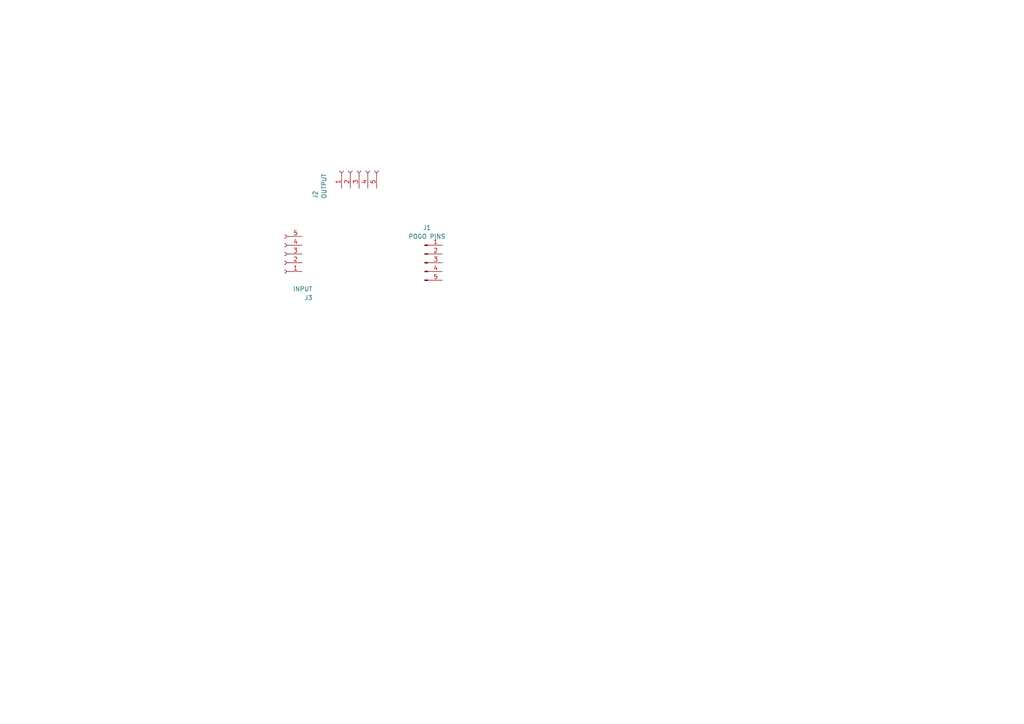
<source format=kicad_sch>
(kicad_sch (version 20231120) (generator "eeschema") (generator_version "8.0")
  (paper "A4")
  (lib_symbols
    (symbol "Connector:Conn_01x05_Pin" (pin_names (offset 1.016) hide)
      (property "Reference" "J" (at 0 7.62 0))
      (property "Value" "Conn_01x05_Pin" (at 0 -7.62 0))
      (symbol "Conn_01x05_Pin_1_1"
        (polyline (pts (xy 1.27 -5.08) (xy 0.8636 -5.08)) (stroke (width 0.1524)))
        (polyline (pts (xy 1.27 -2.54) (xy 0.8636 -2.54)) (stroke (width 0.1524)))
        (polyline (pts (xy 1.27 0) (xy 0.8636 0)) (stroke (width 0.1524)))
        (polyline (pts (xy 1.27 2.54) (xy 0.8636 2.54)) (stroke (width 0.1524)))
        (polyline (pts (xy 1.27 5.08) (xy 0.8636 5.08)) (stroke (width 0.1524)))
        (rectangle (start 0.8636 -4.953) (end 0 -5.207) (stroke (width 0.1524)) (fill (type outline)))
        (rectangle (start 0.8636 -2.413) (end 0 -2.667) (stroke (width 0.1524)) (fill (type outline)))
        (rectangle (start 0.8636 0.127) (end 0 -0.127) (stroke (width 0.1524)) (fill (type outline)))
        (rectangle (start 0.8636 2.667) (end 0 2.413) (stroke (width 0.1524)) (fill (type outline)))
        (rectangle (start 0.8636 5.207) (end 0 4.953) (stroke (width 0.1524)) (fill (type outline)))
        (pin passive line (at 5.08 5.08 180) (length 3.81) (name "Pin_1") (number "1"))
        (pin passive line (at 5.08 2.54 180) (length 3.81) (name "Pin_2") (number "2"))
        (pin passive line (at 5.08 0 180) (length 3.81) (name "Pin_3") (number "3"))
        (pin passive line (at 5.08 -2.54 180) (length 3.81) (name "Pin_4") (number "4"))
        (pin passive line (at 5.08 -5.08 180) (length 3.81) (name "Pin_5") (number "5"))
      )
    )
    (symbol "Connector:Conn_01x05_Socket" (pin_names (offset 1.016) hide)
      (property "Reference" "J" (at 0 7.62 0))
      (property "Value" "Conn_01x05_Socket" (at 0 -7.62 0))
      (symbol "Conn_01x05_Socket_1_1"
        (arc (start 0 -4.572) (mid -0.5058 -5.08) (end 0 -5.588) (stroke (width 0.1524)))
        (arc (start 0 -2.032) (mid -0.5058 -2.54) (end 0 -3.048) (stroke (width 0.1524)))
        (polyline (pts (xy -1.27 -5.08) (xy -0.508 -5.08)) (stroke (width 0.1524)))
        (polyline (pts (xy -1.27 -2.54) (xy -0.508 -2.54)) (stroke (width 0.1524)))
        (polyline (pts (xy -1.27 0) (xy -0.508 0)) (stroke (width 0.1524)))
        (polyline (pts (xy -1.27 2.54) (xy -0.508 2.54)) (stroke (width 0.1524)))
        (polyline (pts (xy -1.27 5.08) (xy -0.508 5.08)) (stroke (width 0.1524)))
        (arc (start 0 0.508) (mid -0.5058 0) (end 0 -0.508) (stroke (width 0.1524)))
        (arc (start 0 3.048) (mid -0.5058 2.54) (end 0 2.032) (stroke (width 0.1524)))
        (arc (start 0 5.588) (mid -0.5058 5.08) (end 0 4.572) (stroke (width 0.1524)))
        (pin passive line (at -5.08 5.08 0) (length 3.81) (name "Pin_1") (number "1"))
        (pin passive line (at -5.08 2.54 0) (length 3.81) (name "Pin_2") (number "2"))
        (pin passive line (at -5.08 0 0) (length 3.81) (name "Pin_3") (number "3"))
        (pin passive line (at -5.08 -2.54 0) (length 3.81) (name "Pin_4") (number "4"))
        (pin passive line (at -5.08 -5.08 0) (length 3.81) (name "Pin_5") (number "5"))
      )
    )
  )
  (symbol (lib_id "Connector:Conn_01x05_Pin") (at 123.19 76.2 0) (unit 1)
    (property "Reference" "J1" (at 123.825 66.04 0))
    (property "Value" "POGO PINS" (at 123.825 68.58 0))
    (property "Description" "Generic connector, single row, 01x05, script generated" (effects (hide yes)))
  )
  (symbol (lib_id "Connector:Conn_01x05_Socket") (at 104.14 49.53 90) (unit 1)
    (property "Reference" "J2" (at 91.44 57.658 0) (effects (justify left)))
    (property "Value" "OUTPUT" (at 93.98 57.658 0) (effects (justify left)))
    (property "Description" "Generic connector, single row, 01x05, script generated" (effects (hide yes)))
  )
  (symbol (lib_id "Connector:Conn_01x05_Socket") (at 82.55 73.66 180) (unit 1)
    (property "Reference" "J3" (at 90.678 86.36 0) (effects (justify left)))
    (property "Value" "INPUT" (at 90.678 83.82 0) (effects (justify left)))
    (property "Description" "Generic connector, single row, 01x05, script generated" (effects (hide yes)))
  )
)
</source>
